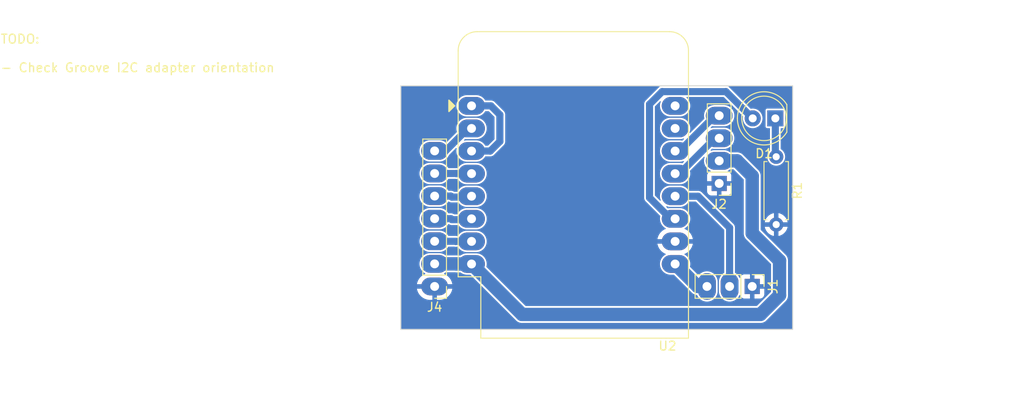
<source format=kicad_pcb>
(kicad_pcb (version 20211014) (generator pcbnew)
  (layers (0 "F.Cu" signal) (31 "B.Cu" signal) (34 "B.Paste" user) (35 "F.Paste" user) (36 "B.SilkS" user "B.Silkscreen") (37 "F.SilkS" user "F.Silkscreen") (38 "B.Mask" user) (39 "F.Mask" user) (44 "Edge.Cuts" user))
  (net 0 "")
  (net 1 "GND")
  (net 2 "Neopixel")
  (net 3 "+3V3")
  (net 4 "I2C_SDA")
  (net 5 "I2C_CLK")
  (net 6 "+5V")
  (net 7 "DEEPSLEEP")
  (net 10 "Net-(D1-Pad1)")
  (net 11 "LED")
  (net 12 "Net-(J4-Pad3)")
  (net 13 "/ANDRIS_SPEZIAL")
  (net 14 "Net-(J4-Pad5)")
  (net 15 "Net-(J4-Pad6)")
  (net 16 "Net-(J4-Pad7)")
  (footprint "Connector_PinHeader_2.54mm:PinHeader_1x03_P2.54mm_Vertical" (layer "F.Cu") (at 153.4668 89.2048 -90)
    (fp_text reference "J1" (at 0 -2.33 90) (layer "F.SilkS"))
    (fp_text value "Neopixel")
    (fp_line (start -1.33 6.41) (end 1.33 6.41) (layer "F.SilkS") (width 0.12))
    (fp_line (start 1.33 1.27) (end 1.33 6.41) (layer "F.SilkS") (width 0.12))
    (fp_line (start -1.33 0) (end -1.33 -1.33) (layer "F.SilkS") (width 0.12))
    (fp_line (start -1.33 -1.33) (end 0 -1.33) (layer "F.SilkS") (width 0.12))
    (fp_line (start -1.33 1.27) (end -1.33 6.41) (layer "F.SilkS") (width 0.12))
    (fp_line (start -1.33 1.27) (end 1.33 1.27) (layer "F.SilkS") (width 0.12))
    (pad "1" thru_hole rect (at 0 0 270) (size 1.7 1.7) (drill 1) (layers *.Cu *.Mask) (net 1 "GND"))
    (pad "2" thru_hole oval (at 0 2.54 270) (size 3 2) (drill 1) (layers *.Cu *.Mask) (net 2 "Neopixel"))
    (pad "3" thru_hole oval (at 0 5.08 270) (size 3 2) (drill 1) (layers *.Cu *.Mask) (net 6 "+5V"))
  )
  (footprint "Connector_PinHeader_2.54mm:PinHeader_1x07_P2.54mm_Vertical" (layer "F.Cu") (at 117.8052 89.2048 180)
    (fp_text reference "J4" (at 0 -2.33) (layer "F.SilkS"))
    (fp_text value "Connections")
    (fp_line (start -1.33 1.27) (end -1.33 16.57) (layer "F.SilkS") (width 0.12))
    (fp_line (start -1.33 0) (end -1.33 -1.33) (layer "F.SilkS") (width 0.12))
    (fp_line (start -1.33 16.57) (end 1.33 16.57) (layer "F.SilkS") (width 0.12))
    (fp_line (start -1.33 1.27) (end 1.33 1.27) (layer "F.SilkS") (width 0.12))
    (fp_line (start 1.33 1.27) (end 1.33 16.57) (layer "F.SilkS") (width 0.12))
    (fp_line (start -1.33 -1.33) (end 0 -1.33) (layer "F.SilkS") (width 0.12))
    (pad "1" thru_hole oval (at 0 0 180) (size 3 2) (drill 1) (layers *.Cu *.Mask) (net 1 "GND"))
    (pad "2" thru_hole oval (at 0 2.54 180) (size 3 2) (drill 1) (layers *.Cu *.Mask) (net 3 "+3V3"))
    (pad "3" thru_hole oval (at 0 5.08 180) (size 3 2) (drill 1) (layers *.Cu *.Mask) (net 12 "Net-(J4-Pad3)"))
    (pad "4" thru_hole oval (at 0 7.62 180) (size 3 2) (drill 1) (layers *.Cu *.Mask) (net 13 "/ANDRIS_SPEZIAL"))
    (pad "5" thru_hole oval (at 0 10.16 180) (size 3 2) (drill 1) (layers *.Cu *.Mask) (net 14 "Net-(J4-Pad5)"))
    (pad "6" thru_hole oval (at 0 12.7 180) (size 3 2) (drill 1) (layers *.Cu *.Mask) (net 15 "Net-(J4-Pad6)"))
    (pad "7" thru_hole oval (at 0 15.24 180) (size 3 2) (drill 1) (layers *.Cu *.Mask) (net 16 "Net-(J4-Pad7)"))
  )
  (footprint "Connector_PinHeader_2.54mm:PinHeader_1x04_P2.54mm_Vertical" (layer "F.Cu") (at 149.7584 77.6224 180)
    (fp_text reference "J2" (at 0 -2.33) (layer "F.SilkS"))
    (fp_text value "I2C")
    (fp_line (start -1.33 1.27) (end -1.33 8.95) (layer "F.SilkS") (width 0.12))
    (fp_line (start 1.33 1.27) (end 1.33 8.95) (layer "F.SilkS") (width 0.12))
    (fp_line (start -1.33 -1.33) (end 0 -1.33) (layer "F.SilkS") (width 0.12))
    (fp_line (start -1.33 8.95) (end 1.33 8.95) (layer "F.SilkS") (width 0.12))
    (fp_line (start -1.33 1.27) (end 1.33 1.27) (layer "F.SilkS") (width 0.12))
    (fp_line (start -1.33 0) (end -1.33 -1.33) (layer "F.SilkS") (width 0.12))
    (pad "1" thru_hole rect (at 0 0 180) (size 1.7 1.7) (drill 1) (layers *.Cu *.Mask) (net 1 "GND"))
    (pad "2" thru_hole oval (at 0 2.54 180) (size 3 2) (drill 1) (layers *.Cu *.Mask) (net 3 "+3V3"))
    (pad "3" thru_hole oval (at 0 5.08 180) (size 3 2) (drill 1) (layers *.Cu *.Mask) (net 4 "I2C_SDA"))
    (pad "4" thru_hole oval (at 0 7.62 180) (size 3 2) (drill 1) (layers *.Cu *.Mask) (net 5 "I2C_CLK"))
  )
  (footprint "Resistor_THT:R_Axial_DIN0207_L6.3mm_D2.5mm_P7.62mm_Horizontal" (layer "F.Cu") (at 156.1592 74.6252 -90)
    (fp_text reference "R1" (at 3.81 -2.37 90) (layer "F.SilkS"))
    (fp_text value "R")
    (fp_line (start 7.08 1.37) (end 7.08 1.04) (layer "F.SilkS") (width 0.12))
    (fp_line (start 0.54 -1.04) (end 0.54 -1.37) (layer "F.SilkS") (width 0.12))
    (fp_line (start 0.54 1.37) (end 7.08 1.37) (layer "F.SilkS") (width 0.12))
    (fp_line (start 0.54 1.04) (end 0.54 1.37) (layer "F.SilkS") (width 0.12))
    (fp_line (start 0.54 -1.37) (end 7.08 -1.37) (layer "F.SilkS") (width 0.12))
    (fp_line (start 7.08 -1.37) (end 7.08 -1.04) (layer "F.SilkS") (width 0.12))
    (pad "1" thru_hole circle (at 0 0 270) (size 1.6 1.6) (drill 0.8) (layers *.Cu *.Mask) (net 10 "Net-(D1-Pad1)"))
    (pad "2" thru_hole oval (at 7.62 0 270) (size 1.6 1.6) (drill 0.8) (layers *.Cu *.Mask) (net 1 "GND"))
  )
  (footprint "LED_THT:LED_D5.0mm" (layer "F.Cu") (at 156.0626 70.3072 180)
    (fp_text reference "D1" (at 1.27 -3.96) (layer "F.SilkS"))
    (fp_text value "LED")
    (fp_line (start -1.29 -1.545) (end -1.29 1.545) (layer "F.SilkS") (width 0.12))
    (fp_arc (start 4.26 -0.000462) (mid 2.072002 2.880433) (end -1.29 1.54483) (layer "F.SilkS") (width 0.12))
    (fp_arc (start -1.29 -1.54483) (mid 2.072002 -2.880433) (end 4.26 0.000462) (layer "F.SilkS") (width 0.12))
    (fp_circle (center 1.27 0) (end 3.77 0) (layer "F.SilkS") (width 0.12) (fill none))
    (pad "1" thru_hole rect (at 0 0 180) (size 1.8 1.8) (drill 0.9) (layers *.Cu *.Mask) (net 10 "Net-(D1-Pad1)"))
    (pad "2" thru_hole circle (at 2.54 0 180) (size 1.8 1.8) (drill 0.9) (layers *.Cu *.Mask) (net 11 "LED"))
  )
  (footprint "Module:WEMOS_D1_mini_light" (layer "F.Cu") (at 121.95 68.9)
    (fp_text reference "U2" (at 22 27) (layer "F.SilkS"))
    (fp_text value "WeMos_D1_mini")
    (fp_line (start -1.5 19.22) (end -1.5 -6.21) (layer "F.SilkS") (width 0.12))
    (fp_line (start -1.5 19.22) (end 1.04 19.22) (layer "F.SilkS") (width 0.12))
    (fp_line (start 24.36 26.12) (end 24.36 -6.21) (layer "F.SilkS") (width 0.12))
    (fp_line (start 1.04 19.22) (end 1.04 26.12) (layer "F.SilkS") (width 0.12))
    (fp_line (start 22.24 -8.34) (end 0.63 -8.34) (layer "F.SilkS") (width 0.12))
    (fp_line (start 1.04 26.12) (end 24.36 26.12) (layer "F.SilkS") (width 0.12))
    (fp_arc (start 22.23 -8.34) (mid 23.736137 -7.716137) (end 24.36 -6.21) (layer "F.SilkS") (width 0.12))
    (fp_arc (start -1.5 -6.21) (mid -0.876137 -7.716137) (end 0.63 -8.34) (layer "F.SilkS") (width 0.12))
    (fp_poly (pts (xy -2.54 -0.635) (xy -2.54 0.635) (xy -1.905 0)) (layer "F.SilkS") (width 0.15) (fill solid))
    (pad "1" thru_hole oval (at 0 0) (size 3 2) (drill 1) (layers *.Cu *.Mask) (net 7 "DEEPSLEEP"))
    (pad "2" thru_hole oval (at 0 2.54) (size 3 2) (drill 1) (layers *.Cu *.Mask) (net 16 "Net-(J4-Pad7)"))
    (pad "3" thru_hole oval (at 0 5.08) (size 3 2) (drill 1) (layers *.Cu *.Mask) (net 7 "DEEPSLEEP"))
    (pad "4" thru_hole oval (at 0 7.62) (size 3 2) (drill 1) (layers *.Cu *.Mask) (net 15 "Net-(J4-Pad6)"))
    (pad "5" thru_hole oval (at 0 10.16) (size 3 2) (drill 1) (layers *.Cu *.Mask) (net 14 "Net-(J4-Pad5)"))
    (pad "6" thru_hole oval (at 0 12.7) (size 3 2) (drill 1) (layers *.Cu *.Mask) (net 13 "/ANDRIS_SPEZIAL"))
    (pad "7" thru_hole oval (at 0 15.24) (size 3 2) (drill 1) (layers *.Cu *.Mask) (net 12 "Net-(J4-Pad3)"))
    (pad "8" thru_hole oval (at 0 17.78) (size 3 2) (drill 1) (layers *.Cu *.Mask) (net 3 "+3V3"))
    (pad "9" thru_hole oval (at 22.86 17.78) (size 3 2) (drill 1) (layers *.Cu *.Mask) (net 6 "+5V"))
    (pad "10" thru_hole oval (at 22.86 15.24) (size 3 2) (drill 1) (layers *.Cu *.Mask) (net 1 "GND"))
    (pad "11" thru_hole oval (at 22.86 12.7) (size 3 2) (drill 1) (layers *.Cu *.Mask) (net 11 "LED"))
    (pad "12" thru_hole oval (at 22.86 10.16) (size 3 2) (drill 1) (layers *.Cu *.Mask) (net 2 "Neopixel"))
    (pad "13" thru_hole oval (at 22.86 7.62) (size 3 2) (drill 1) (layers *.Cu *.Mask) (net 4 "I2C_SDA"))
    (pad "14" thru_hole oval (at 22.86 5.08) (size 3 2) (drill 1) (layers *.Cu *.Mask) (net 5 "I2C_CLK"))
    (pad "15" thru_hole oval (at 22.86 2.54) (size 3 2) (drill 1) (layers *.Cu *.Mask))
    (pad "16" thru_hole oval (at 22.86 0) (size 3 2) (drill 1) (layers *.Cu *.Mask))
  )
  (gr_rect (start 114 66.6444) (end 158.0132 94.0348) (layer "Edge.Cuts") (width 0.1) (fill none))
  (gr_text "TODO:\n\n- Check Groove I2C adapter orientation\n" (at 69 63) (layer "F.SilkS") (effects (font (size 1 1)) (justify left)))
  (segment (start 147.386 79.06) (end 144.81 79.06) (width 0.8) (layer "B.Cu") (net 2))
  (segment (start 150.9268 82.6008) (end 147.386 79.06) (width 0.8) (layer "B.Cu") (net 2))
  (segment (start 150.9268 89.2048) (end 150.9268 82.6008) (width 0.8) (layer "B.Cu") (net 2))
  (segment (start 117.8052 86.6648) (end 120.3048 86.6648) (width 1.5) (layer "B.Cu") (net 3))
  (segment (start 156.5344 86.299917) (end 153.4668 83.232317) (width 1.5) (layer "B.Cu") (net 3))
  (segment (start 156.5344 90.2012) (end 156.5344 86.299917) (width 1.5) (layer "B.Cu") (net 3))
  (segment (start 127.6244 92.3544) (end 154.3812 92.3544) (width 1.5) (layer "B.Cu") (net 3))
  (segment (start 120.32 86.68) (end 121.95 86.68) (width 1.5) (layer "B.Cu") (net 3))
  (segment (start 153.4668 83.232317) (end 153.4668 76.7908) (width 1.5) (layer "B.Cu") (net 3))
  (segment (start 153.4668 76.7908) (end 151.7584 75.0824) (width 1.5) (layer "B.Cu") (net 3))
  (segment (start 120.3048 86.6648) (end 120.32 86.68) (width 1.5) (layer "B.Cu") (net 3))
  (segment (start 151.7584 75.0824) (end 149.7584 75.0824) (width 1.5) (layer "B.Cu") (net 3))
  (segment (start 154.3812 92.3544) (end 156.5344 90.2012) (width 1.5) (layer "B.Cu") (net 3))
  (segment (start 121.95 86.68) (end 127.6244 92.3544) (width 1.5) (layer "B.Cu") (net 3))
  (segment (start 145.31 76.52) (end 149.2876 72.5424) (width 0.8) (layer "B.Cu") (net 4))
  (segment (start 144.81 76.52) (end 145.31 76.52) (width 0.8) (layer "B.Cu") (net 4))
  (segment (start 149.2876 72.5424) (end 149.7584 72.5424) (width 0.8) (layer "B.Cu") (net 4))
  (segment (start 149.2876 70.0024) (end 149.7584 70.0024) (width 0.8) (layer "B.Cu") (net 5))
  (segment (start 144.81 73.98) (end 145.31 73.98) (width 0.8) (layer "B.Cu") (net 5))
  (segment (start 145.31 73.98) (end 149.2876 70.0024) (width 0.8) (layer "B.Cu") (net 5))
  (segment (start 148.3868 89.2048) (end 147.3348 89.2048) (width 1.5) (layer "B.Cu") (net 6))
  (segment (start 147.3348 89.2048) (end 144.81 86.68) (width 1.5) (layer "B.Cu") (net 6))
  (segment (start 124.05 73.98) (end 121.95 73.98) (width 0.8) (layer "B.Cu") (net 7))
  (segment (start 125.13 72.9) (end 124.05 73.98) (width 0.8) (layer "B.Cu") (net 7))
  (segment (start 121.95 68.9) (end 124.13 68.9) (width 0.8) (layer "B.Cu") (net 7))
  (segment (start 124.13 68.9) (end 125.13 69.9) (width 0.8) (layer "B.Cu") (net 7))
  (segment (start 125.13 69.9) (end 125.13 72.9) (width 0.8) (layer "B.Cu") (net 7))
  (segment (start 156.0626 70.3072) (end 156.0626 74.5286) (width 0.8) (layer "B.Cu") (net 10))
  (segment (start 156.0626 74.5286) (end 156.1592 74.6252) (width 0.8) (layer "B.Cu") (net 10))
  (segment (start 141.9352 68.7203) (end 143.3555 67.3) (width 0.8) (layer "B.Cu") (net 11))
  (segment (start 141.9352 79.2252) (end 141.9352 68.7203) (width 0.8) (layer "B.Cu") (net 11))
  (segment (start 144.81 81.6) (end 144.31 81.6) (width 0.8) (layer "B.Cu") (net 11))
  (segment (start 143.3555 67.3) (end 150.5154 67.3) (width 0.8) (layer "B.Cu") (net 11))
  (segment (start 150.5154 67.3) (end 153.5226 70.3072) (width 0.8) (layer "B.Cu") (net 11))
  (segment (start 144.31 81.6) (end 141.9352 79.2252) (width 0.8) (layer "B.Cu") (net 11))
  (segment (start 120.1448 84.1248) (end 120.16 84.14) (width 0.8) (layer "B.Cu") (net 12))
  (segment (start 120.16 84.14) (end 121.95 84.14) (width 0.8) (layer "B.Cu") (net 12))
  (segment (start 117.8052 84.1248) (end 120.1448 84.1248) (width 0.8) (layer "B.Cu") (net 12))
  (segment (start 119.6348 81.5848) (end 119.75 81.7) (width 0.8) (layer "B.Cu") (net 13))
  (segment (start 117.8052 81.5848) (end 119.6348 81.5848) (width 0.8) (layer "B.Cu") (net 13))
  (segment (start 121.85 81.7) (end 121.95 81.6) (width 0.8) (layer "B.Cu") (net 13))
  (segment (start 119.75 81.7) (end 121.85 81.7) (width 0.8) (layer "B.Cu") (net 13))
  (segment (start 119.6248 79.0448) (end 119.74 79.16) (width 0.8) (layer "B.Cu") (net 14))
  (segment (start 119.74 79.16) (end 121.85 79.16) (width 0.8) (layer "B.Cu") (net 14))
  (segment (start 117.8052 79.0448) (end 119.6248 79.0448) (width 0.8) (layer "B.Cu") (net 14))
  (segment (start 121.85 79.16) (end 121.95 79.06) (width 0.8) (layer "B.Cu") (net 14))
  (segment (start 117.8052 76.5048) (end 120.2648 76.5048) (width 0.8) (layer "B.Cu") (net 15))
  (segment (start 120.2648 76.5048) (end 120.28 76.52) (width 0.8) (layer "B.Cu") (net 15))
  (segment (start 120.28 76.52) (end 121.95 76.52) (width 0.8) (layer "B.Cu") (net 15))
  (segment (start 119.0352 73.9648) (end 121.56 71.44) (width 0.8) (layer "B.Cu") (net 16))
  (segment (start 121.56 71.44) (end 121.95 71.44) (width 0.8) (layer "B.Cu") (net 16))
  (segment (start 117.8052 73.9648) (end 119.0352 73.9648) (width 0.8) (layer "B.Cu") (net 16))
  (zone (net 1) (net_name "GND") (layer "B.Cu") (connect_pads (clearance 0.05)) (min_thickness 0.1) (fill yes (thermal_gap 0.508) (thermal_bridge_width 0.508))
    (polygon (pts (xy 184 104) (xy 105 104) (xy 105 57) (xy 184 57)))
  )
)
</source>
